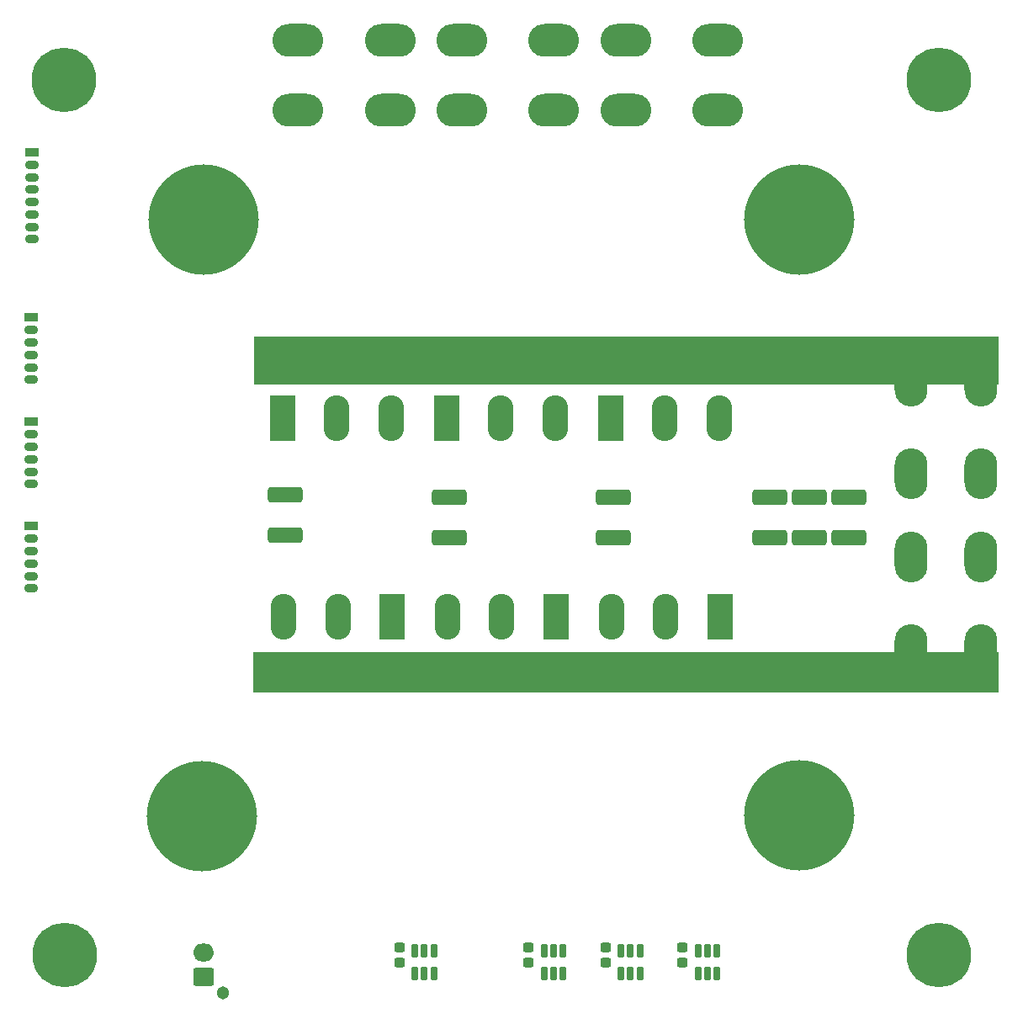
<source format=gbr>
G04 #@! TF.GenerationSoftware,KiCad,Pcbnew,8.0.6-1.fc40*
G04 #@! TF.CreationDate,2024-11-25T13:37:07-05:00*
G04 #@! TF.ProjectId,three_half_bridges,74687265-655f-4686-916c-665f62726964,rev?*
G04 #@! TF.SameCoordinates,Original*
G04 #@! TF.FileFunction,Soldermask,Bot*
G04 #@! TF.FilePolarity,Negative*
%FSLAX46Y46*%
G04 Gerber Fmt 4.6, Leading zero omitted, Abs format (unit mm)*
G04 Created by KiCad (PCBNEW 8.0.6-1.fc40) date 2024-11-25 13:37:07*
%MOMM*%
%LPD*%
G01*
G04 APERTURE LIST*
G04 Aperture macros list*
%AMRoundRect*
0 Rectangle with rounded corners*
0 $1 Rounding radius*
0 $2 $3 $4 $5 $6 $7 $8 $9 X,Y pos of 4 corners*
0 Add a 4 corners polygon primitive as box body*
4,1,4,$2,$3,$4,$5,$6,$7,$8,$9,$2,$3,0*
0 Add four circle primitives for the rounded corners*
1,1,$1+$1,$2,$3*
1,1,$1+$1,$4,$5*
1,1,$1+$1,$6,$7*
1,1,$1+$1,$8,$9*
0 Add four rect primitives between the rounded corners*
20,1,$1+$1,$2,$3,$4,$5,0*
20,1,$1+$1,$4,$5,$6,$7,0*
20,1,$1+$1,$6,$7,$8,$9,0*
20,1,$1+$1,$8,$9,$2,$3,0*%
G04 Aperture macros list end*
%ADD10C,0.100000*%
%ADD11C,0.902000*%
%ADD12C,6.502000*%
%ADD13O,5.102000X3.302000*%
%ADD14C,1.002000*%
%ADD15C,11.102000*%
%ADD16C,1.302000*%
%ADD17RoundRect,0.265000X0.786000X-0.636000X0.786000X0.636000X-0.786000X0.636000X-0.786000X-0.636000X0*%
%ADD18O,2.102000X1.802000*%
%ADD19O,3.302000X5.102000*%
%ADD20RoundRect,0.175500X0.175500X-0.538000X0.175500X0.538000X-0.175500X0.538000X-0.175500X-0.538000X0*%
%ADD21RoundRect,0.250500X-0.275500X0.250500X-0.275500X-0.250500X0.275500X-0.250500X0.275500X0.250500X0*%
%ADD22RoundRect,0.051000X1.250000X2.250000X-1.250000X2.250000X-1.250000X-2.250000X1.250000X-2.250000X0*%
%ADD23O,2.602000X4.602000*%
%ADD24RoundRect,0.051000X-1.250000X-2.250000X1.250000X-2.250000X1.250000X2.250000X-1.250000X2.250000X0*%
%ADD25RoundRect,0.268214X1.482786X-0.482786X1.482786X0.482786X-1.482786X0.482786X-1.482786X-0.482786X0*%
%ADD26RoundRect,0.225500X-0.475500X0.225500X-0.475500X-0.225500X0.475500X-0.225500X0.475500X0.225500X0*%
%ADD27O,1.402000X0.902000*%
G04 APERTURE END LIST*
D10*
X105100000Y-61750000D02*
X180000000Y-61750000D01*
X180000000Y-66500000D01*
X105100000Y-66500000D01*
X105100000Y-61750000D01*
G36*
X105100000Y-61750000D02*
G01*
X180000000Y-61750000D01*
X180000000Y-66500000D01*
X105100000Y-66500000D01*
X105100000Y-61750000D01*
G37*
X105000000Y-93500000D02*
X180000000Y-93500000D01*
X180000000Y-97500000D01*
X105000000Y-97500000D01*
X105000000Y-93500000D01*
G36*
X105000000Y-93500000D02*
G01*
X180000000Y-93500000D01*
X180000000Y-97500000D01*
X105000000Y-97500000D01*
X105000000Y-93500000D01*
G37*
D11*
X171600000Y-124000000D03*
X172302944Y-122302944D03*
X172302944Y-125697056D03*
X174000000Y-121600000D03*
D12*
X174000000Y-124000000D03*
D11*
X174000000Y-126400000D03*
X175697056Y-122302944D03*
X175697056Y-125697056D03*
X176400000Y-124000000D03*
D13*
X126000000Y-32000000D03*
X126000000Y-39000000D03*
X135300000Y-32000000D03*
X135300000Y-39000000D03*
D14*
X155875000Y-110000000D03*
X157073185Y-107073185D03*
X157073185Y-112926815D03*
X160000000Y-105875000D03*
D15*
X160000000Y-110000000D03*
D14*
X160000000Y-114125000D03*
X162926815Y-107073185D03*
X162926815Y-112926815D03*
X164125000Y-110000000D03*
X95875000Y-50000000D03*
X97073185Y-47073185D03*
X97073185Y-52926815D03*
X100000000Y-45875000D03*
D15*
X100000000Y-50000000D03*
D14*
X100000000Y-54125000D03*
X102926815Y-47073185D03*
X102926815Y-52926815D03*
X104125000Y-50000000D03*
D11*
X171600000Y-36000000D03*
X172302944Y-34302944D03*
X172302944Y-37697056D03*
X174000000Y-33600000D03*
D12*
X174000000Y-36000000D03*
D11*
X174000000Y-38400000D03*
X175697056Y-34302944D03*
X175697056Y-37697056D03*
X176400000Y-36000000D03*
D13*
X142500000Y-32000000D03*
X142500000Y-39000000D03*
X151800000Y-32000000D03*
X151800000Y-39000000D03*
X109500000Y-32000000D03*
X109500000Y-39000000D03*
X118800000Y-32000000D03*
X118800000Y-39000000D03*
D14*
X95875000Y-110050000D03*
X97073185Y-107123185D03*
X97073185Y-112976815D03*
D15*
X99875000Y-110050000D03*
D14*
X100000000Y-105925000D03*
X100000000Y-114175000D03*
X102926815Y-107123185D03*
X102926815Y-112976815D03*
X104125000Y-110050000D03*
D11*
X83652944Y-124000000D03*
X84355888Y-122302944D03*
X84355888Y-125697056D03*
X86052944Y-121600000D03*
D12*
X86052944Y-124000000D03*
D11*
X86052944Y-126400000D03*
X87750000Y-122302944D03*
X87750000Y-125697056D03*
X88452944Y-124000000D03*
D16*
X102000000Y-127850000D03*
D17*
X100000000Y-126250000D03*
D18*
X100000000Y-123750000D03*
D14*
X155875000Y-50000000D03*
X157073185Y-47073185D03*
X157073185Y-52926815D03*
X160000000Y-45875000D03*
D15*
X160000000Y-50000000D03*
D14*
X160000000Y-54125000D03*
X162926815Y-47073185D03*
X162926815Y-52926815D03*
X164125000Y-50000000D03*
D11*
X83600000Y-36000000D03*
X84302944Y-34302944D03*
X84302944Y-37697056D03*
X86000000Y-33600000D03*
D12*
X86000000Y-36000000D03*
D11*
X86000000Y-38400000D03*
X87697056Y-34302944D03*
X87697056Y-37697056D03*
X88400000Y-36000000D03*
D19*
X171250000Y-93250000D03*
X178250000Y-93250000D03*
X171250000Y-83950000D03*
X178250000Y-83950000D03*
D20*
X136200000Y-125887500D03*
X135250000Y-125887500D03*
X134300000Y-125887500D03*
X134300000Y-123612500D03*
X135250000Y-123612500D03*
X136200000Y-123612500D03*
D21*
X148250000Y-123225000D03*
X148250000Y-124775000D03*
D22*
X135500000Y-90000000D03*
D23*
X130050000Y-90000000D03*
X124600000Y-90000000D03*
D21*
X119750000Y-123225000D03*
X119750000Y-124775000D03*
D24*
X124500000Y-70000000D03*
D23*
X129950000Y-70000000D03*
X135400000Y-70000000D03*
D20*
X123200000Y-125887500D03*
X122250000Y-125887500D03*
X121300000Y-125887500D03*
X121300000Y-123612500D03*
X122250000Y-123612500D03*
X123200000Y-123612500D03*
D25*
X157000000Y-82050000D03*
X157000000Y-77950000D03*
D21*
X132750000Y-123225000D03*
X132750000Y-124775000D03*
D24*
X108000000Y-70000000D03*
D23*
X113450000Y-70000000D03*
X118900000Y-70000000D03*
D25*
X108250000Y-81800000D03*
X108250000Y-77700000D03*
X141250000Y-82050000D03*
X141250000Y-77950000D03*
D26*
X82700000Y-70375000D03*
D27*
X82700000Y-71625000D03*
X82700000Y-72875000D03*
X82700000Y-74125000D03*
X82700000Y-75375000D03*
X82700000Y-76625000D03*
D26*
X82700000Y-80875000D03*
D27*
X82700000Y-82125000D03*
X82700000Y-83375000D03*
X82700000Y-84625000D03*
X82700000Y-85875000D03*
X82700000Y-87125000D03*
D26*
X82700000Y-59875000D03*
D27*
X82700000Y-61125000D03*
X82700000Y-62375000D03*
X82700000Y-63625000D03*
X82700000Y-64875000D03*
X82700000Y-66125000D03*
D25*
X165000000Y-82050000D03*
X165000000Y-77950000D03*
D19*
X171250000Y-66250000D03*
X178250000Y-66250000D03*
X171250000Y-75550000D03*
X178250000Y-75550000D03*
D26*
X82750000Y-43250000D03*
D27*
X82750000Y-44500000D03*
X82750000Y-45750000D03*
X82750000Y-47000000D03*
X82750000Y-48250000D03*
X82750000Y-49500000D03*
X82750000Y-50750000D03*
X82750000Y-52000000D03*
D22*
X152000000Y-90000000D03*
D23*
X146550000Y-90000000D03*
X141100000Y-90000000D03*
D21*
X140500000Y-123225000D03*
X140500000Y-124775000D03*
D24*
X141000000Y-70000000D03*
D23*
X146450000Y-70000000D03*
X151900000Y-70000000D03*
D20*
X151700000Y-125887500D03*
X150750000Y-125887500D03*
X149800000Y-125887500D03*
X149800000Y-123612500D03*
X150750000Y-123612500D03*
X151700000Y-123612500D03*
D22*
X119000000Y-90000000D03*
D23*
X113550000Y-90000000D03*
X108100000Y-90000000D03*
D20*
X143950000Y-125887500D03*
X143000000Y-125887500D03*
X142050000Y-125887500D03*
X142050000Y-123612500D03*
X143000000Y-123612500D03*
X143950000Y-123612500D03*
D25*
X161000000Y-82050000D03*
X161000000Y-77950000D03*
X124750000Y-82050000D03*
X124750000Y-77950000D03*
M02*

</source>
